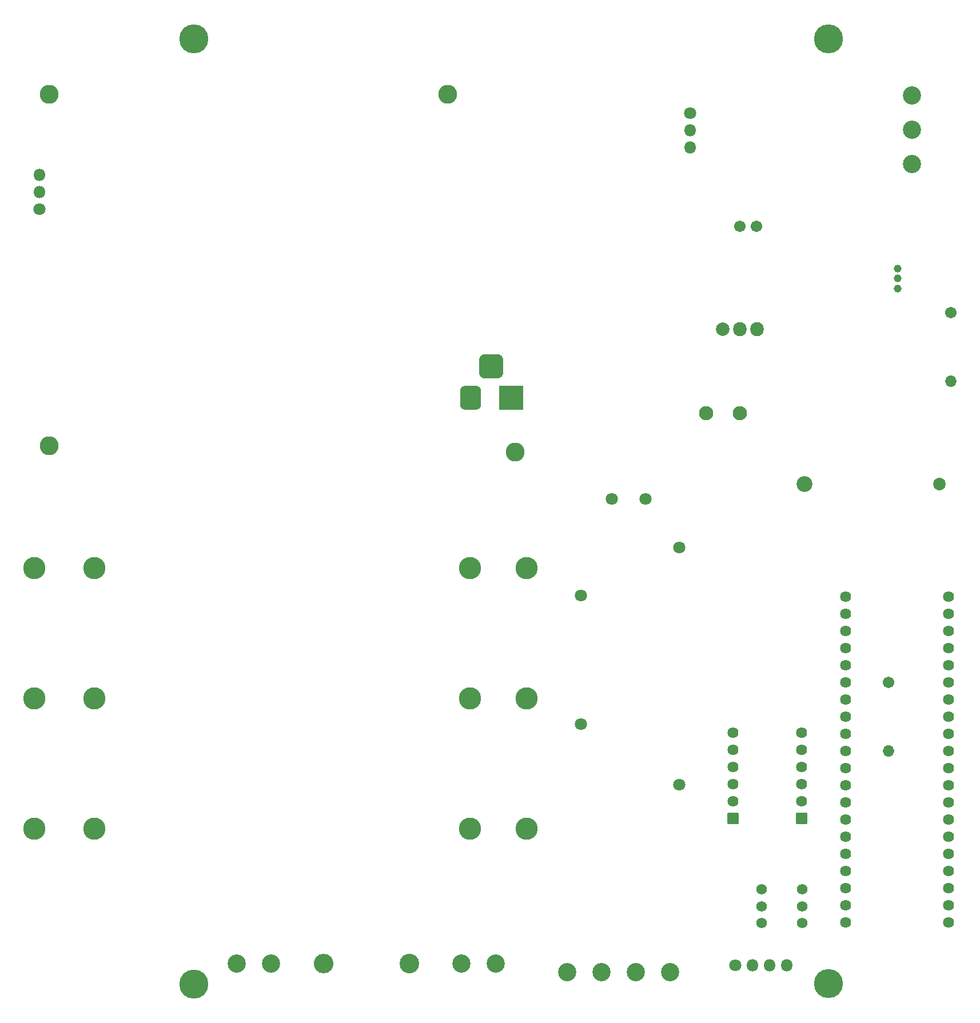
<source format=gbr>
G04 #@! TF.GenerationSoftware,KiCad,Pcbnew,(6.0.7)*
G04 #@! TF.CreationDate,2022-09-25T13:17:08+05:30*
G04 #@! TF.ProjectId,OstronElectronicsStack,4f737472-6f6e-4456-9c65-6374726f6e69,1.0*
G04 #@! TF.SameCoordinates,Original*
G04 #@! TF.FileFunction,Soldermask,Bot*
G04 #@! TF.FilePolarity,Negative*
%FSLAX46Y46*%
G04 Gerber Fmt 4.6, Leading zero omitted, Abs format (unit mm)*
G04 Created by KiCad (PCBNEW (6.0.7)) date 2022-09-25 13:17:08*
%MOMM*%
%LPD*%
G01*
G04 APERTURE LIST*
G04 Aperture macros list*
%AMRoundRect*
0 Rectangle with rounded corners*
0 $1 Rounding radius*
0 $2 $3 $4 $5 $6 $7 $8 $9 X,Y pos of 4 corners*
0 Add a 4 corners polygon primitive as box body*
4,1,4,$2,$3,$4,$5,$6,$7,$8,$9,$2,$3,0*
0 Add four circle primitives for the rounded corners*
1,1,$1+$1,$2,$3*
1,1,$1+$1,$4,$5*
1,1,$1+$1,$6,$7*
1,1,$1+$1,$8,$9*
0 Add four rect primitives between the rounded corners*
20,1,$1+$1,$2,$3,$4,$5,0*
20,1,$1+$1,$4,$5,$6,$7,0*
20,1,$1+$1,$6,$7,$8,$9,0*
20,1,$1+$1,$8,$9,$2,$3,0*%
G04 Aperture macros list end*
%ADD10C,3.302000*%
%ADD11C,4.302000*%
%ADD12C,2.802000*%
%ADD13C,2.352000*%
%ADD14C,1.857000*%
%ADD15C,2.102000*%
%ADD16C,1.702000*%
%ADD17C,2.902000*%
%ADD18O,2.902000X2.902000*%
%ADD19C,1.802000*%
%ADD20O,1.802000X1.802000*%
%ADD21RoundRect,0.926000X-0.875000X-0.875000X0.875000X-0.875000X0.875000X0.875000X-0.875000X0.875000X0*%
%ADD22RoundRect,0.801000X-0.750000X-1.000000X0.750000X-1.000000X0.750000X1.000000X-0.750000X1.000000X0*%
%ADD23RoundRect,0.051000X-1.750000X-1.750000X1.750000X-1.750000X1.750000X1.750000X-1.750000X1.750000X0*%
%ADD24C,2.702000*%
%ADD25C,1.152000*%
%ADD26O,1.702000X1.702000*%
%ADD27C,2.007000*%
%ADD28O,2.007000X2.102000*%
%ADD29C,1.626000*%
%ADD30RoundRect,0.051000X0.762000X0.762000X-0.762000X0.762000X-0.762000X-0.762000X0.762000X-0.762000X0*%
%ADD31C,1.560000*%
G04 APERTURE END LIST*
D10*
X32907000Y-110494000D03*
X32907000Y-149094000D03*
X88517000Y-129794000D03*
X88517000Y-149094000D03*
X32907000Y-129794000D03*
X88517000Y-110494000D03*
X24062000Y-110494000D03*
X96962000Y-110494000D03*
X24062000Y-129794000D03*
X96962000Y-129794000D03*
X24062000Y-149094000D03*
X96962000Y-149094000D03*
D11*
X141660000Y-172060000D03*
X141660000Y-32060000D03*
X47660000Y-32060000D03*
D12*
X26260000Y-40310000D03*
X26260000Y-92310000D03*
X95260000Y-93310000D03*
X85260000Y-40310000D03*
D13*
X138088000Y-98044000D03*
D14*
X158088000Y-98044000D03*
D15*
X123510000Y-87560000D03*
X128510000Y-87560000D03*
D16*
X131010000Y-59850000D03*
X128510000Y-59850000D03*
D17*
X79560000Y-169080000D03*
D18*
X66860000Y-169080000D03*
D19*
X24760000Y-57310000D03*
D20*
X24760000Y-54770000D03*
X24760000Y-52230000D03*
D21*
X91660000Y-80540000D03*
D22*
X88660000Y-85240000D03*
D23*
X94660000Y-85240000D03*
D19*
X109510000Y-100210000D03*
X114510000Y-100210000D03*
X105010000Y-114560000D03*
X105010000Y-133560000D03*
X119510000Y-142560000D03*
D24*
X102910000Y-170350000D03*
X107990000Y-170350000D03*
X113070000Y-170350000D03*
X118150000Y-170350000D03*
D19*
X127860000Y-169350000D03*
D20*
X130400000Y-169350000D03*
X132940000Y-169350000D03*
X135480000Y-169350000D03*
D24*
X54010000Y-169060000D03*
X59090000Y-169060000D03*
X154010000Y-50640000D03*
X154010000Y-45560000D03*
X154010000Y-40480000D03*
D19*
X121160000Y-43060000D03*
D20*
X121160000Y-45600000D03*
X121160000Y-48140000D03*
D25*
X151898000Y-66103500D03*
X151898000Y-67564000D03*
X151898000Y-69024500D03*
D16*
X159772000Y-72644000D03*
D26*
X159772000Y-82804000D03*
D27*
X126010000Y-75060000D03*
D28*
X128550000Y-75060000D03*
X131090000Y-75060000D03*
D29*
X127514000Y-145034000D03*
X137674000Y-145034000D03*
D30*
X127514000Y-147574000D03*
D29*
X127514000Y-134874000D03*
X127514000Y-137414000D03*
X127514000Y-139954000D03*
X127514000Y-142494000D03*
D30*
X137674000Y-147574000D03*
D29*
X137674000Y-134874000D03*
X137674000Y-137414000D03*
X137674000Y-139954000D03*
X137674000Y-142494000D03*
X159391000Y-114681000D03*
X144151000Y-157861000D03*
X159391000Y-119761000D03*
X159391000Y-117221000D03*
X144151000Y-160401000D03*
X144151000Y-162941000D03*
X144151000Y-155321000D03*
X144151000Y-124841000D03*
X144151000Y-127381000D03*
X144151000Y-129921000D03*
X144151000Y-132461000D03*
X144151000Y-135001000D03*
X144151000Y-137541000D03*
X144151000Y-140081000D03*
X144151000Y-142621000D03*
X159391000Y-152781000D03*
X159391000Y-150241000D03*
X159391000Y-147701000D03*
X159391000Y-145161000D03*
X159391000Y-142621000D03*
X159391000Y-140081000D03*
X144151000Y-145161000D03*
X144151000Y-147701000D03*
X159391000Y-137541000D03*
X159391000Y-135001000D03*
X159391000Y-132461000D03*
X159391000Y-129921000D03*
X159391000Y-127381000D03*
X159391000Y-124841000D03*
X159391000Y-122301000D03*
X144151000Y-150241000D03*
X144151000Y-152781000D03*
X159391000Y-162941000D03*
X159391000Y-160401000D03*
X159391000Y-157861000D03*
X159391000Y-155321000D03*
X144151000Y-117221000D03*
X144151000Y-119761000D03*
X144151000Y-122301000D03*
X144151000Y-114681000D03*
D31*
X137760000Y-160560000D03*
X131760000Y-160560000D03*
X137760000Y-158060000D03*
X131760000Y-158060000D03*
X137760000Y-163060000D03*
X131760000Y-163060000D03*
D16*
X150530000Y-127380000D03*
D26*
X150530000Y-137540000D03*
D19*
X119510000Y-107450000D03*
D24*
X87240000Y-169080000D03*
X92320000Y-169080000D03*
D11*
X47660000Y-172100000D03*
M02*

</source>
